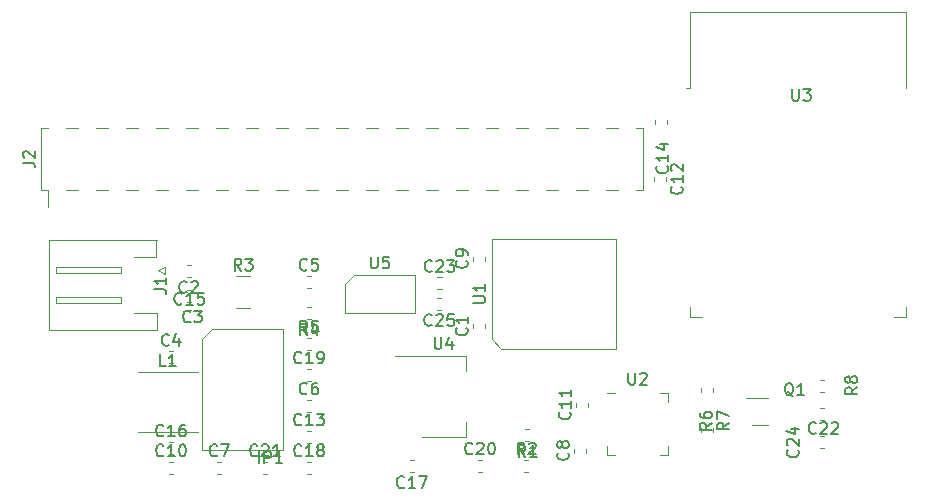
<source format=gbr>
G04 #@! TF.GenerationSoftware,KiCad,Pcbnew,(5.1.5-0-10_14)*
G04 #@! TF.CreationDate,2020-09-24T22:32:45+08:00*
G04 #@! TF.ProjectId,CC,43432e6b-6963-4616-945f-706362585858,rev?*
G04 #@! TF.SameCoordinates,Original*
G04 #@! TF.FileFunction,Legend,Top*
G04 #@! TF.FilePolarity,Positive*
%FSLAX46Y46*%
G04 Gerber Fmt 4.6, Leading zero omitted, Abs format (unit mm)*
G04 Created by KiCad (PCBNEW (5.1.5-0-10_14)) date 2020-09-24 22:32:45*
%MOMM*%
%LPD*%
G04 APERTURE LIST*
%ADD10C,0.120000*%
%ADD11C,0.150000*%
G04 APERTURE END LIST*
D10*
X41030000Y-35620000D02*
X40430000Y-35320000D01*
X41030000Y-35020000D02*
X41030000Y-35620000D01*
X40430000Y-35320000D02*
X41030000Y-35020000D01*
X37330000Y-38070000D02*
X37330000Y-37570000D01*
X31830000Y-38070000D02*
X37330000Y-38070000D01*
X31830000Y-37570000D02*
X31830000Y-38070000D01*
X37330000Y-37570000D02*
X31830000Y-37570000D01*
X37330000Y-35570000D02*
X37330000Y-35070000D01*
X31830000Y-35570000D02*
X37330000Y-35570000D01*
X31830000Y-35070000D02*
X31830000Y-35570000D01*
X37330000Y-35070000D02*
X31830000Y-35070000D01*
X40340000Y-38970000D02*
X38440000Y-38960000D01*
X40320000Y-40370000D02*
X40320000Y-38950000D01*
X31220000Y-40380000D02*
X40320000Y-40370000D01*
X31220000Y-36570000D02*
X31220000Y-40380000D01*
X40280000Y-34170000D02*
X38440000Y-34180000D01*
X40280000Y-32710000D02*
X40280000Y-34130000D01*
X31220000Y-32760000D02*
X40340000Y-32750000D01*
X31220000Y-36570000D02*
X31220000Y-32760000D01*
X30560000Y-28480000D02*
X30560000Y-23280000D01*
X81480000Y-28480000D02*
X81480000Y-23280000D01*
X31130000Y-29920000D02*
X31130000Y-28480000D01*
X30560000Y-28480000D02*
X31130000Y-28480000D01*
X30560000Y-23280000D02*
X31130000Y-23280000D01*
X80910000Y-28480000D02*
X81480000Y-28480000D01*
X80910000Y-23280000D02*
X81480000Y-23280000D01*
X32650000Y-28480000D02*
X33670000Y-28480000D01*
X32650000Y-23280000D02*
X33670000Y-23280000D01*
X35190000Y-28480000D02*
X36210000Y-28480000D01*
X35190000Y-23280000D02*
X36210000Y-23280000D01*
X37730000Y-28480000D02*
X38750000Y-28480000D01*
X37730000Y-23280000D02*
X38750000Y-23280000D01*
X40270000Y-28480000D02*
X41290000Y-28480000D01*
X40270000Y-23280000D02*
X41290000Y-23280000D01*
X42810000Y-28480000D02*
X43830000Y-28480000D01*
X42810000Y-23280000D02*
X43830000Y-23280000D01*
X45350000Y-28480000D02*
X46370000Y-28480000D01*
X45350000Y-23280000D02*
X46370000Y-23280000D01*
X47890000Y-28480000D02*
X48910000Y-28480000D01*
X47890000Y-23280000D02*
X48910000Y-23280000D01*
X50430000Y-28480000D02*
X51450000Y-28480000D01*
X50430000Y-23280000D02*
X51450000Y-23280000D01*
X52970000Y-28480000D02*
X53990000Y-28480000D01*
X52970000Y-23280000D02*
X53990000Y-23280000D01*
X55510000Y-28480000D02*
X56530000Y-28480000D01*
X55510000Y-23280000D02*
X56530000Y-23280000D01*
X58050000Y-28480000D02*
X59070000Y-28480000D01*
X58050000Y-23280000D02*
X59070000Y-23280000D01*
X60590000Y-28480000D02*
X61610000Y-28480000D01*
X60590000Y-23280000D02*
X61610000Y-23280000D01*
X63130000Y-28480000D02*
X64150000Y-28480000D01*
X63130000Y-23280000D02*
X64150000Y-23280000D01*
X65670000Y-28480000D02*
X66690000Y-28480000D01*
X65670000Y-23280000D02*
X66690000Y-23280000D01*
X68210000Y-28480000D02*
X69230000Y-28480000D01*
X68210000Y-23280000D02*
X69230000Y-23280000D01*
X70750000Y-28480000D02*
X71770000Y-28480000D01*
X70750000Y-23280000D02*
X71770000Y-23280000D01*
X73290000Y-28480000D02*
X74310000Y-28480000D01*
X73290000Y-23280000D02*
X74310000Y-23280000D01*
X75830000Y-28480000D02*
X76850000Y-28480000D01*
X75830000Y-23280000D02*
X76850000Y-23280000D01*
X78370000Y-28480000D02*
X79390000Y-28480000D01*
X78370000Y-23280000D02*
X79390000Y-23280000D01*
X56270000Y-36510000D02*
X57070000Y-35710000D01*
X57070000Y-35710000D02*
X62170000Y-35710000D01*
X62170000Y-35710000D02*
X62170000Y-38910000D01*
X62170000Y-38910000D02*
X56270000Y-38910000D01*
X56270000Y-38910000D02*
X56270000Y-36510000D01*
X38710000Y-43890000D02*
X43810000Y-43890000D01*
X38710000Y-48990000D02*
X43810000Y-48990000D01*
X53053733Y-41050000D02*
X53396267Y-41050000D01*
X53053733Y-42070000D02*
X53396267Y-42070000D01*
X53396267Y-39450000D02*
X53053733Y-39450000D01*
X53396267Y-38430000D02*
X53053733Y-38430000D01*
X41363733Y-51530000D02*
X41706267Y-51530000D01*
X41363733Y-52550000D02*
X41706267Y-52550000D01*
X45438733Y-51530000D02*
X45781267Y-51530000D01*
X45438733Y-52550000D02*
X45781267Y-52550000D01*
X53053733Y-35810000D02*
X53396267Y-35810000D01*
X53053733Y-36830000D02*
X53396267Y-36830000D01*
X75690000Y-50751267D02*
X75690000Y-50408733D01*
X76710000Y-50751267D02*
X76710000Y-50408733D01*
X82925000Y-45730000D02*
X83650000Y-45730000D01*
X83650000Y-45730000D02*
X83650000Y-46455000D01*
X79155000Y-50950000D02*
X78430000Y-50950000D01*
X78430000Y-50950000D02*
X78430000Y-50225000D01*
X82925000Y-50950000D02*
X83650000Y-50950000D01*
X83650000Y-50950000D02*
X83650000Y-50225000D01*
X79155000Y-45730000D02*
X78430000Y-45730000D01*
X69495000Y-41960000D02*
X68695000Y-41160000D01*
X68695000Y-41160000D02*
X68695000Y-32660000D01*
X68695000Y-32660000D02*
X79185000Y-32660000D01*
X79185000Y-32660000D02*
X79185000Y-41960000D01*
X79185000Y-41960000D02*
X69495000Y-41960000D01*
X71463733Y-51370000D02*
X71806267Y-51370000D01*
X71463733Y-52390000D02*
X71806267Y-52390000D01*
X71886267Y-49730000D02*
X71543733Y-49730000D01*
X71886267Y-48710000D02*
X71543733Y-48710000D01*
X47060436Y-35810000D02*
X48264564Y-35810000D01*
X47060436Y-38530000D02*
X48264564Y-38530000D01*
X67120000Y-34501267D02*
X67120000Y-34158733D01*
X68140000Y-34501267D02*
X68140000Y-34158733D01*
X67120000Y-40196267D02*
X67120000Y-39853733D01*
X68140000Y-40196267D02*
X68140000Y-39853733D01*
X49328733Y-51530000D02*
X49671267Y-51530000D01*
X49328733Y-52550000D02*
X49671267Y-52550000D01*
X53053733Y-43670000D02*
X53396267Y-43670000D01*
X53053733Y-44690000D02*
X53396267Y-44690000D01*
X41363733Y-42180000D02*
X41706267Y-42180000D01*
X41363733Y-43200000D02*
X41706267Y-43200000D01*
X43206267Y-35870000D02*
X42863733Y-35870000D01*
X43206267Y-34850000D02*
X42863733Y-34850000D01*
X53053733Y-48910000D02*
X53396267Y-48910000D01*
X53053733Y-49930000D02*
X53396267Y-49930000D01*
X64421267Y-38650000D02*
X64078733Y-38650000D01*
X64421267Y-37630000D02*
X64078733Y-37630000D01*
X53053733Y-51530000D02*
X53396267Y-51530000D01*
X53053733Y-52550000D02*
X53396267Y-52550000D01*
X41363733Y-49850000D02*
X41706267Y-49850000D01*
X41363733Y-50870000D02*
X41706267Y-50870000D01*
X42928733Y-38680000D02*
X43271267Y-38680000D01*
X42928733Y-39700000D02*
X43271267Y-39700000D01*
X64103733Y-35920000D02*
X64446267Y-35920000D01*
X64103733Y-36940000D02*
X64446267Y-36940000D01*
X82460000Y-27413733D02*
X82460000Y-27756267D01*
X83480000Y-27413733D02*
X83480000Y-27756267D01*
X53053733Y-46290000D02*
X53396267Y-46290000D01*
X53053733Y-47310000D02*
X53396267Y-47310000D01*
X75850000Y-46851267D02*
X75850000Y-46508733D01*
X76870000Y-46851267D02*
X76870000Y-46508733D01*
X67523733Y-51370000D02*
X67866267Y-51370000D01*
X67523733Y-52390000D02*
X67866267Y-52390000D01*
X62091267Y-52390000D02*
X61748733Y-52390000D01*
X62091267Y-51370000D02*
X61748733Y-51370000D01*
X96806267Y-50350000D02*
X96463733Y-50350000D01*
X96806267Y-49330000D02*
X96463733Y-49330000D01*
X66540000Y-49430000D02*
X66540000Y-48170000D01*
X66540000Y-42610000D02*
X66540000Y-43870000D01*
X62780000Y-49430000D02*
X66540000Y-49430000D01*
X60530000Y-42610000D02*
X66540000Y-42610000D01*
X43206267Y-37993300D02*
X42863733Y-37993300D01*
X43206267Y-36973300D02*
X42863733Y-36973300D01*
X92120000Y-46090000D02*
X90220000Y-46090000D01*
X90720000Y-48410000D02*
X92120000Y-48410000D01*
X86420000Y-49041267D02*
X86420000Y-48698733D01*
X87440000Y-49041267D02*
X87440000Y-48698733D01*
X87440000Y-45293733D02*
X87440000Y-45636267D01*
X86420000Y-45293733D02*
X86420000Y-45636267D01*
X82490000Y-22578733D02*
X82490000Y-22921267D01*
X83510000Y-22578733D02*
X83510000Y-22921267D01*
X96806267Y-47985000D02*
X96463733Y-47985000D01*
X96806267Y-46965000D02*
X96463733Y-46965000D01*
X85500000Y-38450000D02*
X85500000Y-39230000D01*
X85500000Y-39230000D02*
X86500000Y-39230000D01*
X103740000Y-38450000D02*
X103740000Y-39230000D01*
X103740000Y-39230000D02*
X102740000Y-39230000D01*
X85500000Y-13485000D02*
X103740000Y-13485000D01*
X103740000Y-13485000D02*
X103740000Y-19905000D01*
X85500000Y-13485000D02*
X85500000Y-19905000D01*
X85500000Y-19905000D02*
X85120000Y-19905000D01*
X44210000Y-41090000D02*
X45010000Y-40290000D01*
X45010000Y-40290000D02*
X51010000Y-40290000D01*
X51010000Y-40290000D02*
X51010000Y-50570000D01*
X51010000Y-50570000D02*
X44210000Y-50570000D01*
X44210000Y-50570000D02*
X44210000Y-41090000D01*
X96806267Y-45620000D02*
X96463733Y-45620000D01*
X96806267Y-44600000D02*
X96463733Y-44600000D01*
D11*
X40142380Y-36933333D02*
X40856666Y-36933333D01*
X40999523Y-36980952D01*
X41094761Y-37076190D01*
X41142380Y-37219047D01*
X41142380Y-37314285D01*
X41142380Y-35933333D02*
X41142380Y-36504761D01*
X41142380Y-36219047D02*
X40142380Y-36219047D01*
X40285238Y-36314285D01*
X40380476Y-36409523D01*
X40428095Y-36504761D01*
X29012380Y-26213333D02*
X29726666Y-26213333D01*
X29869523Y-26260952D01*
X29964761Y-26356190D01*
X30012380Y-26499047D01*
X30012380Y-26594285D01*
X29107619Y-25784761D02*
X29060000Y-25737142D01*
X29012380Y-25641904D01*
X29012380Y-25403809D01*
X29060000Y-25308571D01*
X29107619Y-25260952D01*
X29202857Y-25213333D01*
X29298095Y-25213333D01*
X29440952Y-25260952D01*
X30012380Y-25832380D01*
X30012380Y-25213333D01*
X58458095Y-34162380D02*
X58458095Y-34971904D01*
X58505714Y-35067142D01*
X58553333Y-35114761D01*
X58648571Y-35162380D01*
X58839047Y-35162380D01*
X58934285Y-35114761D01*
X58981904Y-35067142D01*
X59029523Y-34971904D01*
X59029523Y-34162380D01*
X59981904Y-34162380D02*
X59505714Y-34162380D01*
X59458095Y-34638571D01*
X59505714Y-34590952D01*
X59600952Y-34543333D01*
X59839047Y-34543333D01*
X59934285Y-34590952D01*
X59981904Y-34638571D01*
X60029523Y-34733809D01*
X60029523Y-34971904D01*
X59981904Y-35067142D01*
X59934285Y-35114761D01*
X59839047Y-35162380D01*
X59600952Y-35162380D01*
X59505714Y-35114761D01*
X59458095Y-35067142D01*
X41093333Y-43442380D02*
X40617142Y-43442380D01*
X40617142Y-42442380D01*
X41950476Y-43442380D02*
X41379047Y-43442380D01*
X41664761Y-43442380D02*
X41664761Y-42442380D01*
X41569523Y-42585238D01*
X41474285Y-42680476D01*
X41379047Y-42728095D01*
X53058333Y-40582380D02*
X52725000Y-40106190D01*
X52486904Y-40582380D02*
X52486904Y-39582380D01*
X52867857Y-39582380D01*
X52963095Y-39630000D01*
X53010714Y-39677619D01*
X53058333Y-39772857D01*
X53058333Y-39915714D01*
X53010714Y-40010952D01*
X52963095Y-40058571D01*
X52867857Y-40106190D01*
X52486904Y-40106190D01*
X53963095Y-39582380D02*
X53486904Y-39582380D01*
X53439285Y-40058571D01*
X53486904Y-40010952D01*
X53582142Y-39963333D01*
X53820238Y-39963333D01*
X53915476Y-40010952D01*
X53963095Y-40058571D01*
X54010714Y-40153809D01*
X54010714Y-40391904D01*
X53963095Y-40487142D01*
X53915476Y-40534761D01*
X53820238Y-40582380D01*
X53582142Y-40582380D01*
X53486904Y-40534761D01*
X53439285Y-40487142D01*
X53058333Y-40822380D02*
X52725000Y-40346190D01*
X52486904Y-40822380D02*
X52486904Y-39822380D01*
X52867857Y-39822380D01*
X52963095Y-39870000D01*
X53010714Y-39917619D01*
X53058333Y-40012857D01*
X53058333Y-40155714D01*
X53010714Y-40250952D01*
X52963095Y-40298571D01*
X52867857Y-40346190D01*
X52486904Y-40346190D01*
X53915476Y-40155714D02*
X53915476Y-40822380D01*
X53677380Y-39774761D02*
X53439285Y-40489047D01*
X54058333Y-40489047D01*
X40892142Y-50967142D02*
X40844523Y-51014761D01*
X40701666Y-51062380D01*
X40606428Y-51062380D01*
X40463571Y-51014761D01*
X40368333Y-50919523D01*
X40320714Y-50824285D01*
X40273095Y-50633809D01*
X40273095Y-50490952D01*
X40320714Y-50300476D01*
X40368333Y-50205238D01*
X40463571Y-50110000D01*
X40606428Y-50062380D01*
X40701666Y-50062380D01*
X40844523Y-50110000D01*
X40892142Y-50157619D01*
X41844523Y-51062380D02*
X41273095Y-51062380D01*
X41558809Y-51062380D02*
X41558809Y-50062380D01*
X41463571Y-50205238D01*
X41368333Y-50300476D01*
X41273095Y-50348095D01*
X42463571Y-50062380D02*
X42558809Y-50062380D01*
X42654047Y-50110000D01*
X42701666Y-50157619D01*
X42749285Y-50252857D01*
X42796904Y-50443333D01*
X42796904Y-50681428D01*
X42749285Y-50871904D01*
X42701666Y-50967142D01*
X42654047Y-51014761D01*
X42558809Y-51062380D01*
X42463571Y-51062380D01*
X42368333Y-51014761D01*
X42320714Y-50967142D01*
X42273095Y-50871904D01*
X42225476Y-50681428D01*
X42225476Y-50443333D01*
X42273095Y-50252857D01*
X42320714Y-50157619D01*
X42368333Y-50110000D01*
X42463571Y-50062380D01*
X45443333Y-50967142D02*
X45395714Y-51014761D01*
X45252857Y-51062380D01*
X45157619Y-51062380D01*
X45014761Y-51014761D01*
X44919523Y-50919523D01*
X44871904Y-50824285D01*
X44824285Y-50633809D01*
X44824285Y-50490952D01*
X44871904Y-50300476D01*
X44919523Y-50205238D01*
X45014761Y-50110000D01*
X45157619Y-50062380D01*
X45252857Y-50062380D01*
X45395714Y-50110000D01*
X45443333Y-50157619D01*
X45776666Y-50062380D02*
X46443333Y-50062380D01*
X46014761Y-51062380D01*
X53058333Y-35247142D02*
X53010714Y-35294761D01*
X52867857Y-35342380D01*
X52772619Y-35342380D01*
X52629761Y-35294761D01*
X52534523Y-35199523D01*
X52486904Y-35104285D01*
X52439285Y-34913809D01*
X52439285Y-34770952D01*
X52486904Y-34580476D01*
X52534523Y-34485238D01*
X52629761Y-34390000D01*
X52772619Y-34342380D01*
X52867857Y-34342380D01*
X53010714Y-34390000D01*
X53058333Y-34437619D01*
X53963095Y-34342380D02*
X53486904Y-34342380D01*
X53439285Y-34818571D01*
X53486904Y-34770952D01*
X53582142Y-34723333D01*
X53820238Y-34723333D01*
X53915476Y-34770952D01*
X53963095Y-34818571D01*
X54010714Y-34913809D01*
X54010714Y-35151904D01*
X53963095Y-35247142D01*
X53915476Y-35294761D01*
X53820238Y-35342380D01*
X53582142Y-35342380D01*
X53486904Y-35294761D01*
X53439285Y-35247142D01*
X75127142Y-50746666D02*
X75174761Y-50794285D01*
X75222380Y-50937142D01*
X75222380Y-51032380D01*
X75174761Y-51175238D01*
X75079523Y-51270476D01*
X74984285Y-51318095D01*
X74793809Y-51365714D01*
X74650952Y-51365714D01*
X74460476Y-51318095D01*
X74365238Y-51270476D01*
X74270000Y-51175238D01*
X74222380Y-51032380D01*
X74222380Y-50937142D01*
X74270000Y-50794285D01*
X74317619Y-50746666D01*
X74650952Y-50175238D02*
X74603333Y-50270476D01*
X74555714Y-50318095D01*
X74460476Y-50365714D01*
X74412857Y-50365714D01*
X74317619Y-50318095D01*
X74270000Y-50270476D01*
X74222380Y-50175238D01*
X74222380Y-49984761D01*
X74270000Y-49889523D01*
X74317619Y-49841904D01*
X74412857Y-49794285D01*
X74460476Y-49794285D01*
X74555714Y-49841904D01*
X74603333Y-49889523D01*
X74650952Y-49984761D01*
X74650952Y-50175238D01*
X74698571Y-50270476D01*
X74746190Y-50318095D01*
X74841428Y-50365714D01*
X75031904Y-50365714D01*
X75127142Y-50318095D01*
X75174761Y-50270476D01*
X75222380Y-50175238D01*
X75222380Y-49984761D01*
X75174761Y-49889523D01*
X75127142Y-49841904D01*
X75031904Y-49794285D01*
X74841428Y-49794285D01*
X74746190Y-49841904D01*
X74698571Y-49889523D01*
X74650952Y-49984761D01*
X80278095Y-43992380D02*
X80278095Y-44801904D01*
X80325714Y-44897142D01*
X80373333Y-44944761D01*
X80468571Y-44992380D01*
X80659047Y-44992380D01*
X80754285Y-44944761D01*
X80801904Y-44897142D01*
X80849523Y-44801904D01*
X80849523Y-43992380D01*
X81278095Y-44087619D02*
X81325714Y-44040000D01*
X81420952Y-43992380D01*
X81659047Y-43992380D01*
X81754285Y-44040000D01*
X81801904Y-44087619D01*
X81849523Y-44182857D01*
X81849523Y-44278095D01*
X81801904Y-44420952D01*
X81230476Y-44992380D01*
X81849523Y-44992380D01*
X67147380Y-38071904D02*
X67956904Y-38071904D01*
X68052142Y-38024285D01*
X68099761Y-37976666D01*
X68147380Y-37881428D01*
X68147380Y-37690952D01*
X68099761Y-37595714D01*
X68052142Y-37548095D01*
X67956904Y-37500476D01*
X67147380Y-37500476D01*
X68147380Y-36500476D02*
X68147380Y-37071904D01*
X68147380Y-36786190D02*
X67147380Y-36786190D01*
X67290238Y-36881428D01*
X67385476Y-36976666D01*
X67433095Y-37071904D01*
X71468333Y-50902380D02*
X71135000Y-50426190D01*
X70896904Y-50902380D02*
X70896904Y-49902380D01*
X71277857Y-49902380D01*
X71373095Y-49950000D01*
X71420714Y-49997619D01*
X71468333Y-50092857D01*
X71468333Y-50235714D01*
X71420714Y-50330952D01*
X71373095Y-50378571D01*
X71277857Y-50426190D01*
X70896904Y-50426190D01*
X71849285Y-49997619D02*
X71896904Y-49950000D01*
X71992142Y-49902380D01*
X72230238Y-49902380D01*
X72325476Y-49950000D01*
X72373095Y-49997619D01*
X72420714Y-50092857D01*
X72420714Y-50188095D01*
X72373095Y-50330952D01*
X71801666Y-50902380D01*
X72420714Y-50902380D01*
X71548333Y-51102380D02*
X71215000Y-50626190D01*
X70976904Y-51102380D02*
X70976904Y-50102380D01*
X71357857Y-50102380D01*
X71453095Y-50150000D01*
X71500714Y-50197619D01*
X71548333Y-50292857D01*
X71548333Y-50435714D01*
X71500714Y-50530952D01*
X71453095Y-50578571D01*
X71357857Y-50626190D01*
X70976904Y-50626190D01*
X72500714Y-51102380D02*
X71929285Y-51102380D01*
X72215000Y-51102380D02*
X72215000Y-50102380D01*
X72119761Y-50245238D01*
X72024523Y-50340476D01*
X71929285Y-50388095D01*
X47495833Y-35342380D02*
X47162500Y-34866190D01*
X46924404Y-35342380D02*
X46924404Y-34342380D01*
X47305357Y-34342380D01*
X47400595Y-34390000D01*
X47448214Y-34437619D01*
X47495833Y-34532857D01*
X47495833Y-34675714D01*
X47448214Y-34770952D01*
X47400595Y-34818571D01*
X47305357Y-34866190D01*
X46924404Y-34866190D01*
X47829166Y-34342380D02*
X48448214Y-34342380D01*
X48114880Y-34723333D01*
X48257738Y-34723333D01*
X48352976Y-34770952D01*
X48400595Y-34818571D01*
X48448214Y-34913809D01*
X48448214Y-35151904D01*
X48400595Y-35247142D01*
X48352976Y-35294761D01*
X48257738Y-35342380D01*
X47972023Y-35342380D01*
X47876785Y-35294761D01*
X47829166Y-35247142D01*
X66557142Y-34496666D02*
X66604761Y-34544285D01*
X66652380Y-34687142D01*
X66652380Y-34782380D01*
X66604761Y-34925238D01*
X66509523Y-35020476D01*
X66414285Y-35068095D01*
X66223809Y-35115714D01*
X66080952Y-35115714D01*
X65890476Y-35068095D01*
X65795238Y-35020476D01*
X65700000Y-34925238D01*
X65652380Y-34782380D01*
X65652380Y-34687142D01*
X65700000Y-34544285D01*
X65747619Y-34496666D01*
X66652380Y-34020476D02*
X66652380Y-33830000D01*
X66604761Y-33734761D01*
X66557142Y-33687142D01*
X66414285Y-33591904D01*
X66223809Y-33544285D01*
X65842857Y-33544285D01*
X65747619Y-33591904D01*
X65700000Y-33639523D01*
X65652380Y-33734761D01*
X65652380Y-33925238D01*
X65700000Y-34020476D01*
X65747619Y-34068095D01*
X65842857Y-34115714D01*
X66080952Y-34115714D01*
X66176190Y-34068095D01*
X66223809Y-34020476D01*
X66271428Y-33925238D01*
X66271428Y-33734761D01*
X66223809Y-33639523D01*
X66176190Y-33591904D01*
X66080952Y-33544285D01*
X66557142Y-40191666D02*
X66604761Y-40239285D01*
X66652380Y-40382142D01*
X66652380Y-40477380D01*
X66604761Y-40620238D01*
X66509523Y-40715476D01*
X66414285Y-40763095D01*
X66223809Y-40810714D01*
X66080952Y-40810714D01*
X65890476Y-40763095D01*
X65795238Y-40715476D01*
X65700000Y-40620238D01*
X65652380Y-40477380D01*
X65652380Y-40382142D01*
X65700000Y-40239285D01*
X65747619Y-40191666D01*
X66652380Y-39239285D02*
X66652380Y-39810714D01*
X66652380Y-39525000D02*
X65652380Y-39525000D01*
X65795238Y-39620238D01*
X65890476Y-39715476D01*
X65938095Y-39810714D01*
X48857142Y-50967142D02*
X48809523Y-51014761D01*
X48666666Y-51062380D01*
X48571428Y-51062380D01*
X48428571Y-51014761D01*
X48333333Y-50919523D01*
X48285714Y-50824285D01*
X48238095Y-50633809D01*
X48238095Y-50490952D01*
X48285714Y-50300476D01*
X48333333Y-50205238D01*
X48428571Y-50110000D01*
X48571428Y-50062380D01*
X48666666Y-50062380D01*
X48809523Y-50110000D01*
X48857142Y-50157619D01*
X49238095Y-50157619D02*
X49285714Y-50110000D01*
X49380952Y-50062380D01*
X49619047Y-50062380D01*
X49714285Y-50110000D01*
X49761904Y-50157619D01*
X49809523Y-50252857D01*
X49809523Y-50348095D01*
X49761904Y-50490952D01*
X49190476Y-51062380D01*
X49809523Y-51062380D01*
X50761904Y-51062380D02*
X50190476Y-51062380D01*
X50476190Y-51062380D02*
X50476190Y-50062380D01*
X50380952Y-50205238D01*
X50285714Y-50300476D01*
X50190476Y-50348095D01*
X52582142Y-43107142D02*
X52534523Y-43154761D01*
X52391666Y-43202380D01*
X52296428Y-43202380D01*
X52153571Y-43154761D01*
X52058333Y-43059523D01*
X52010714Y-42964285D01*
X51963095Y-42773809D01*
X51963095Y-42630952D01*
X52010714Y-42440476D01*
X52058333Y-42345238D01*
X52153571Y-42250000D01*
X52296428Y-42202380D01*
X52391666Y-42202380D01*
X52534523Y-42250000D01*
X52582142Y-42297619D01*
X53534523Y-43202380D02*
X52963095Y-43202380D01*
X53248809Y-43202380D02*
X53248809Y-42202380D01*
X53153571Y-42345238D01*
X53058333Y-42440476D01*
X52963095Y-42488095D01*
X54010714Y-43202380D02*
X54201190Y-43202380D01*
X54296428Y-43154761D01*
X54344047Y-43107142D01*
X54439285Y-42964285D01*
X54486904Y-42773809D01*
X54486904Y-42392857D01*
X54439285Y-42297619D01*
X54391666Y-42250000D01*
X54296428Y-42202380D01*
X54105952Y-42202380D01*
X54010714Y-42250000D01*
X53963095Y-42297619D01*
X53915476Y-42392857D01*
X53915476Y-42630952D01*
X53963095Y-42726190D01*
X54010714Y-42773809D01*
X54105952Y-42821428D01*
X54296428Y-42821428D01*
X54391666Y-42773809D01*
X54439285Y-42726190D01*
X54486904Y-42630952D01*
X41368333Y-41617142D02*
X41320714Y-41664761D01*
X41177857Y-41712380D01*
X41082619Y-41712380D01*
X40939761Y-41664761D01*
X40844523Y-41569523D01*
X40796904Y-41474285D01*
X40749285Y-41283809D01*
X40749285Y-41140952D01*
X40796904Y-40950476D01*
X40844523Y-40855238D01*
X40939761Y-40760000D01*
X41082619Y-40712380D01*
X41177857Y-40712380D01*
X41320714Y-40760000D01*
X41368333Y-40807619D01*
X42225476Y-41045714D02*
X42225476Y-41712380D01*
X41987380Y-40664761D02*
X41749285Y-41379047D01*
X42368333Y-41379047D01*
X42868333Y-37147142D02*
X42820714Y-37194761D01*
X42677857Y-37242380D01*
X42582619Y-37242380D01*
X42439761Y-37194761D01*
X42344523Y-37099523D01*
X42296904Y-37004285D01*
X42249285Y-36813809D01*
X42249285Y-36670952D01*
X42296904Y-36480476D01*
X42344523Y-36385238D01*
X42439761Y-36290000D01*
X42582619Y-36242380D01*
X42677857Y-36242380D01*
X42820714Y-36290000D01*
X42868333Y-36337619D01*
X43249285Y-36337619D02*
X43296904Y-36290000D01*
X43392142Y-36242380D01*
X43630238Y-36242380D01*
X43725476Y-36290000D01*
X43773095Y-36337619D01*
X43820714Y-36432857D01*
X43820714Y-36528095D01*
X43773095Y-36670952D01*
X43201666Y-37242380D01*
X43820714Y-37242380D01*
X52582142Y-48347142D02*
X52534523Y-48394761D01*
X52391666Y-48442380D01*
X52296428Y-48442380D01*
X52153571Y-48394761D01*
X52058333Y-48299523D01*
X52010714Y-48204285D01*
X51963095Y-48013809D01*
X51963095Y-47870952D01*
X52010714Y-47680476D01*
X52058333Y-47585238D01*
X52153571Y-47490000D01*
X52296428Y-47442380D01*
X52391666Y-47442380D01*
X52534523Y-47490000D01*
X52582142Y-47537619D01*
X53534523Y-48442380D02*
X52963095Y-48442380D01*
X53248809Y-48442380D02*
X53248809Y-47442380D01*
X53153571Y-47585238D01*
X53058333Y-47680476D01*
X52963095Y-47728095D01*
X53867857Y-47442380D02*
X54486904Y-47442380D01*
X54153571Y-47823333D01*
X54296428Y-47823333D01*
X54391666Y-47870952D01*
X54439285Y-47918571D01*
X54486904Y-48013809D01*
X54486904Y-48251904D01*
X54439285Y-48347142D01*
X54391666Y-48394761D01*
X54296428Y-48442380D01*
X54010714Y-48442380D01*
X53915476Y-48394761D01*
X53867857Y-48347142D01*
X63607142Y-39927142D02*
X63559523Y-39974761D01*
X63416666Y-40022380D01*
X63321428Y-40022380D01*
X63178571Y-39974761D01*
X63083333Y-39879523D01*
X63035714Y-39784285D01*
X62988095Y-39593809D01*
X62988095Y-39450952D01*
X63035714Y-39260476D01*
X63083333Y-39165238D01*
X63178571Y-39070000D01*
X63321428Y-39022380D01*
X63416666Y-39022380D01*
X63559523Y-39070000D01*
X63607142Y-39117619D01*
X63988095Y-39117619D02*
X64035714Y-39070000D01*
X64130952Y-39022380D01*
X64369047Y-39022380D01*
X64464285Y-39070000D01*
X64511904Y-39117619D01*
X64559523Y-39212857D01*
X64559523Y-39308095D01*
X64511904Y-39450952D01*
X63940476Y-40022380D01*
X64559523Y-40022380D01*
X65464285Y-39022380D02*
X64988095Y-39022380D01*
X64940476Y-39498571D01*
X64988095Y-39450952D01*
X65083333Y-39403333D01*
X65321428Y-39403333D01*
X65416666Y-39450952D01*
X65464285Y-39498571D01*
X65511904Y-39593809D01*
X65511904Y-39831904D01*
X65464285Y-39927142D01*
X65416666Y-39974761D01*
X65321428Y-40022380D01*
X65083333Y-40022380D01*
X64988095Y-39974761D01*
X64940476Y-39927142D01*
X52582142Y-50967142D02*
X52534523Y-51014761D01*
X52391666Y-51062380D01*
X52296428Y-51062380D01*
X52153571Y-51014761D01*
X52058333Y-50919523D01*
X52010714Y-50824285D01*
X51963095Y-50633809D01*
X51963095Y-50490952D01*
X52010714Y-50300476D01*
X52058333Y-50205238D01*
X52153571Y-50110000D01*
X52296428Y-50062380D01*
X52391666Y-50062380D01*
X52534523Y-50110000D01*
X52582142Y-50157619D01*
X53534523Y-51062380D02*
X52963095Y-51062380D01*
X53248809Y-51062380D02*
X53248809Y-50062380D01*
X53153571Y-50205238D01*
X53058333Y-50300476D01*
X52963095Y-50348095D01*
X54105952Y-50490952D02*
X54010714Y-50443333D01*
X53963095Y-50395714D01*
X53915476Y-50300476D01*
X53915476Y-50252857D01*
X53963095Y-50157619D01*
X54010714Y-50110000D01*
X54105952Y-50062380D01*
X54296428Y-50062380D01*
X54391666Y-50110000D01*
X54439285Y-50157619D01*
X54486904Y-50252857D01*
X54486904Y-50300476D01*
X54439285Y-50395714D01*
X54391666Y-50443333D01*
X54296428Y-50490952D01*
X54105952Y-50490952D01*
X54010714Y-50538571D01*
X53963095Y-50586190D01*
X53915476Y-50681428D01*
X53915476Y-50871904D01*
X53963095Y-50967142D01*
X54010714Y-51014761D01*
X54105952Y-51062380D01*
X54296428Y-51062380D01*
X54391666Y-51014761D01*
X54439285Y-50967142D01*
X54486904Y-50871904D01*
X54486904Y-50681428D01*
X54439285Y-50586190D01*
X54391666Y-50538571D01*
X54296428Y-50490952D01*
X40892142Y-49287142D02*
X40844523Y-49334761D01*
X40701666Y-49382380D01*
X40606428Y-49382380D01*
X40463571Y-49334761D01*
X40368333Y-49239523D01*
X40320714Y-49144285D01*
X40273095Y-48953809D01*
X40273095Y-48810952D01*
X40320714Y-48620476D01*
X40368333Y-48525238D01*
X40463571Y-48430000D01*
X40606428Y-48382380D01*
X40701666Y-48382380D01*
X40844523Y-48430000D01*
X40892142Y-48477619D01*
X41844523Y-49382380D02*
X41273095Y-49382380D01*
X41558809Y-49382380D02*
X41558809Y-48382380D01*
X41463571Y-48525238D01*
X41368333Y-48620476D01*
X41273095Y-48668095D01*
X42701666Y-48382380D02*
X42511190Y-48382380D01*
X42415952Y-48430000D01*
X42368333Y-48477619D01*
X42273095Y-48620476D01*
X42225476Y-48810952D01*
X42225476Y-49191904D01*
X42273095Y-49287142D01*
X42320714Y-49334761D01*
X42415952Y-49382380D01*
X42606428Y-49382380D01*
X42701666Y-49334761D01*
X42749285Y-49287142D01*
X42796904Y-49191904D01*
X42796904Y-48953809D01*
X42749285Y-48858571D01*
X42701666Y-48810952D01*
X42606428Y-48763333D01*
X42415952Y-48763333D01*
X42320714Y-48810952D01*
X42273095Y-48858571D01*
X42225476Y-48953809D01*
X42457142Y-38117142D02*
X42409523Y-38164761D01*
X42266666Y-38212380D01*
X42171428Y-38212380D01*
X42028571Y-38164761D01*
X41933333Y-38069523D01*
X41885714Y-37974285D01*
X41838095Y-37783809D01*
X41838095Y-37640952D01*
X41885714Y-37450476D01*
X41933333Y-37355238D01*
X42028571Y-37260000D01*
X42171428Y-37212380D01*
X42266666Y-37212380D01*
X42409523Y-37260000D01*
X42457142Y-37307619D01*
X43409523Y-38212380D02*
X42838095Y-38212380D01*
X43123809Y-38212380D02*
X43123809Y-37212380D01*
X43028571Y-37355238D01*
X42933333Y-37450476D01*
X42838095Y-37498095D01*
X44314285Y-37212380D02*
X43838095Y-37212380D01*
X43790476Y-37688571D01*
X43838095Y-37640952D01*
X43933333Y-37593333D01*
X44171428Y-37593333D01*
X44266666Y-37640952D01*
X44314285Y-37688571D01*
X44361904Y-37783809D01*
X44361904Y-38021904D01*
X44314285Y-38117142D01*
X44266666Y-38164761D01*
X44171428Y-38212380D01*
X43933333Y-38212380D01*
X43838095Y-38164761D01*
X43790476Y-38117142D01*
X63632142Y-35357142D02*
X63584523Y-35404761D01*
X63441666Y-35452380D01*
X63346428Y-35452380D01*
X63203571Y-35404761D01*
X63108333Y-35309523D01*
X63060714Y-35214285D01*
X63013095Y-35023809D01*
X63013095Y-34880952D01*
X63060714Y-34690476D01*
X63108333Y-34595238D01*
X63203571Y-34500000D01*
X63346428Y-34452380D01*
X63441666Y-34452380D01*
X63584523Y-34500000D01*
X63632142Y-34547619D01*
X64013095Y-34547619D02*
X64060714Y-34500000D01*
X64155952Y-34452380D01*
X64394047Y-34452380D01*
X64489285Y-34500000D01*
X64536904Y-34547619D01*
X64584523Y-34642857D01*
X64584523Y-34738095D01*
X64536904Y-34880952D01*
X63965476Y-35452380D01*
X64584523Y-35452380D01*
X64917857Y-34452380D02*
X65536904Y-34452380D01*
X65203571Y-34833333D01*
X65346428Y-34833333D01*
X65441666Y-34880952D01*
X65489285Y-34928571D01*
X65536904Y-35023809D01*
X65536904Y-35261904D01*
X65489285Y-35357142D01*
X65441666Y-35404761D01*
X65346428Y-35452380D01*
X65060714Y-35452380D01*
X64965476Y-35404761D01*
X64917857Y-35357142D01*
X84757142Y-28227857D02*
X84804761Y-28275476D01*
X84852380Y-28418333D01*
X84852380Y-28513571D01*
X84804761Y-28656428D01*
X84709523Y-28751666D01*
X84614285Y-28799285D01*
X84423809Y-28846904D01*
X84280952Y-28846904D01*
X84090476Y-28799285D01*
X83995238Y-28751666D01*
X83900000Y-28656428D01*
X83852380Y-28513571D01*
X83852380Y-28418333D01*
X83900000Y-28275476D01*
X83947619Y-28227857D01*
X84852380Y-27275476D02*
X84852380Y-27846904D01*
X84852380Y-27561190D02*
X83852380Y-27561190D01*
X83995238Y-27656428D01*
X84090476Y-27751666D01*
X84138095Y-27846904D01*
X83947619Y-26894523D02*
X83900000Y-26846904D01*
X83852380Y-26751666D01*
X83852380Y-26513571D01*
X83900000Y-26418333D01*
X83947619Y-26370714D01*
X84042857Y-26323095D01*
X84138095Y-26323095D01*
X84280952Y-26370714D01*
X84852380Y-26942142D01*
X84852380Y-26323095D01*
X53058333Y-45727142D02*
X53010714Y-45774761D01*
X52867857Y-45822380D01*
X52772619Y-45822380D01*
X52629761Y-45774761D01*
X52534523Y-45679523D01*
X52486904Y-45584285D01*
X52439285Y-45393809D01*
X52439285Y-45250952D01*
X52486904Y-45060476D01*
X52534523Y-44965238D01*
X52629761Y-44870000D01*
X52772619Y-44822380D01*
X52867857Y-44822380D01*
X53010714Y-44870000D01*
X53058333Y-44917619D01*
X53915476Y-44822380D02*
X53725000Y-44822380D01*
X53629761Y-44870000D01*
X53582142Y-44917619D01*
X53486904Y-45060476D01*
X53439285Y-45250952D01*
X53439285Y-45631904D01*
X53486904Y-45727142D01*
X53534523Y-45774761D01*
X53629761Y-45822380D01*
X53820238Y-45822380D01*
X53915476Y-45774761D01*
X53963095Y-45727142D01*
X54010714Y-45631904D01*
X54010714Y-45393809D01*
X53963095Y-45298571D01*
X53915476Y-45250952D01*
X53820238Y-45203333D01*
X53629761Y-45203333D01*
X53534523Y-45250952D01*
X53486904Y-45298571D01*
X53439285Y-45393809D01*
X75287142Y-47322857D02*
X75334761Y-47370476D01*
X75382380Y-47513333D01*
X75382380Y-47608571D01*
X75334761Y-47751428D01*
X75239523Y-47846666D01*
X75144285Y-47894285D01*
X74953809Y-47941904D01*
X74810952Y-47941904D01*
X74620476Y-47894285D01*
X74525238Y-47846666D01*
X74430000Y-47751428D01*
X74382380Y-47608571D01*
X74382380Y-47513333D01*
X74430000Y-47370476D01*
X74477619Y-47322857D01*
X75382380Y-46370476D02*
X75382380Y-46941904D01*
X75382380Y-46656190D02*
X74382380Y-46656190D01*
X74525238Y-46751428D01*
X74620476Y-46846666D01*
X74668095Y-46941904D01*
X75382380Y-45418095D02*
X75382380Y-45989523D01*
X75382380Y-45703809D02*
X74382380Y-45703809D01*
X74525238Y-45799047D01*
X74620476Y-45894285D01*
X74668095Y-45989523D01*
X67052142Y-50807142D02*
X67004523Y-50854761D01*
X66861666Y-50902380D01*
X66766428Y-50902380D01*
X66623571Y-50854761D01*
X66528333Y-50759523D01*
X66480714Y-50664285D01*
X66433095Y-50473809D01*
X66433095Y-50330952D01*
X66480714Y-50140476D01*
X66528333Y-50045238D01*
X66623571Y-49950000D01*
X66766428Y-49902380D01*
X66861666Y-49902380D01*
X67004523Y-49950000D01*
X67052142Y-49997619D01*
X67433095Y-49997619D02*
X67480714Y-49950000D01*
X67575952Y-49902380D01*
X67814047Y-49902380D01*
X67909285Y-49950000D01*
X67956904Y-49997619D01*
X68004523Y-50092857D01*
X68004523Y-50188095D01*
X67956904Y-50330952D01*
X67385476Y-50902380D01*
X68004523Y-50902380D01*
X68623571Y-49902380D02*
X68718809Y-49902380D01*
X68814047Y-49950000D01*
X68861666Y-49997619D01*
X68909285Y-50092857D01*
X68956904Y-50283333D01*
X68956904Y-50521428D01*
X68909285Y-50711904D01*
X68861666Y-50807142D01*
X68814047Y-50854761D01*
X68718809Y-50902380D01*
X68623571Y-50902380D01*
X68528333Y-50854761D01*
X68480714Y-50807142D01*
X68433095Y-50711904D01*
X68385476Y-50521428D01*
X68385476Y-50283333D01*
X68433095Y-50092857D01*
X68480714Y-49997619D01*
X68528333Y-49950000D01*
X68623571Y-49902380D01*
X61277142Y-53667142D02*
X61229523Y-53714761D01*
X61086666Y-53762380D01*
X60991428Y-53762380D01*
X60848571Y-53714761D01*
X60753333Y-53619523D01*
X60705714Y-53524285D01*
X60658095Y-53333809D01*
X60658095Y-53190952D01*
X60705714Y-53000476D01*
X60753333Y-52905238D01*
X60848571Y-52810000D01*
X60991428Y-52762380D01*
X61086666Y-52762380D01*
X61229523Y-52810000D01*
X61277142Y-52857619D01*
X62229523Y-53762380D02*
X61658095Y-53762380D01*
X61943809Y-53762380D02*
X61943809Y-52762380D01*
X61848571Y-52905238D01*
X61753333Y-53000476D01*
X61658095Y-53048095D01*
X62562857Y-52762380D02*
X63229523Y-52762380D01*
X62800952Y-53762380D01*
X94587142Y-50522857D02*
X94634761Y-50570476D01*
X94682380Y-50713333D01*
X94682380Y-50808571D01*
X94634761Y-50951428D01*
X94539523Y-51046666D01*
X94444285Y-51094285D01*
X94253809Y-51141904D01*
X94110952Y-51141904D01*
X93920476Y-51094285D01*
X93825238Y-51046666D01*
X93730000Y-50951428D01*
X93682380Y-50808571D01*
X93682380Y-50713333D01*
X93730000Y-50570476D01*
X93777619Y-50522857D01*
X93777619Y-50141904D02*
X93730000Y-50094285D01*
X93682380Y-49999047D01*
X93682380Y-49760952D01*
X93730000Y-49665714D01*
X93777619Y-49618095D01*
X93872857Y-49570476D01*
X93968095Y-49570476D01*
X94110952Y-49618095D01*
X94682380Y-50189523D01*
X94682380Y-49570476D01*
X94015714Y-48713333D02*
X94682380Y-48713333D01*
X93634761Y-48951428D02*
X94349047Y-49189523D01*
X94349047Y-48570476D01*
X63868095Y-40972380D02*
X63868095Y-41781904D01*
X63915714Y-41877142D01*
X63963333Y-41924761D01*
X64058571Y-41972380D01*
X64249047Y-41972380D01*
X64344285Y-41924761D01*
X64391904Y-41877142D01*
X64439523Y-41781904D01*
X64439523Y-40972380D01*
X65344285Y-41305714D02*
X65344285Y-41972380D01*
X65106190Y-40924761D02*
X64868095Y-41639047D01*
X65487142Y-41639047D01*
X43173333Y-39630442D02*
X43125714Y-39678061D01*
X42982857Y-39725680D01*
X42887619Y-39725680D01*
X42744761Y-39678061D01*
X42649523Y-39582823D01*
X42601904Y-39487585D01*
X42554285Y-39297109D01*
X42554285Y-39154252D01*
X42601904Y-38963776D01*
X42649523Y-38868538D01*
X42744761Y-38773300D01*
X42887619Y-38725680D01*
X42982857Y-38725680D01*
X43125714Y-38773300D01*
X43173333Y-38820919D01*
X43506666Y-38725680D02*
X44125714Y-38725680D01*
X43792380Y-39106633D01*
X43935238Y-39106633D01*
X44030476Y-39154252D01*
X44078095Y-39201871D01*
X44125714Y-39297109D01*
X44125714Y-39535204D01*
X44078095Y-39630442D01*
X44030476Y-39678061D01*
X43935238Y-39725680D01*
X43649523Y-39725680D01*
X43554285Y-39678061D01*
X43506666Y-39630442D01*
X94244761Y-45977619D02*
X94149523Y-45930000D01*
X94054285Y-45834761D01*
X93911428Y-45691904D01*
X93816190Y-45644285D01*
X93720952Y-45644285D01*
X93768571Y-45882380D02*
X93673333Y-45834761D01*
X93578095Y-45739523D01*
X93530476Y-45549047D01*
X93530476Y-45215714D01*
X93578095Y-45025238D01*
X93673333Y-44930000D01*
X93768571Y-44882380D01*
X93959047Y-44882380D01*
X94054285Y-44930000D01*
X94149523Y-45025238D01*
X94197142Y-45215714D01*
X94197142Y-45549047D01*
X94149523Y-45739523D01*
X94054285Y-45834761D01*
X93959047Y-45882380D01*
X93768571Y-45882380D01*
X95149523Y-45882380D02*
X94578095Y-45882380D01*
X94863809Y-45882380D02*
X94863809Y-44882380D01*
X94768571Y-45025238D01*
X94673333Y-45120476D01*
X94578095Y-45168095D01*
X88792380Y-48211666D02*
X88316190Y-48545000D01*
X88792380Y-48783095D02*
X87792380Y-48783095D01*
X87792380Y-48402142D01*
X87840000Y-48306904D01*
X87887619Y-48259285D01*
X87982857Y-48211666D01*
X88125714Y-48211666D01*
X88220952Y-48259285D01*
X88268571Y-48306904D01*
X88316190Y-48402142D01*
X88316190Y-48783095D01*
X87792380Y-47878333D02*
X87792380Y-47211666D01*
X88792380Y-47640238D01*
X87312380Y-48226666D02*
X86836190Y-48560000D01*
X87312380Y-48798095D02*
X86312380Y-48798095D01*
X86312380Y-48417142D01*
X86360000Y-48321904D01*
X86407619Y-48274285D01*
X86502857Y-48226666D01*
X86645714Y-48226666D01*
X86740952Y-48274285D01*
X86788571Y-48321904D01*
X86836190Y-48417142D01*
X86836190Y-48798095D01*
X86312380Y-47369523D02*
X86312380Y-47560000D01*
X86360000Y-47655238D01*
X86407619Y-47702857D01*
X86550476Y-47798095D01*
X86740952Y-47845714D01*
X87121904Y-47845714D01*
X87217142Y-47798095D01*
X87264761Y-47750476D01*
X87312380Y-47655238D01*
X87312380Y-47464761D01*
X87264761Y-47369523D01*
X87217142Y-47321904D01*
X87121904Y-47274285D01*
X86883809Y-47274285D01*
X86788571Y-47321904D01*
X86740952Y-47369523D01*
X86693333Y-47464761D01*
X86693333Y-47655238D01*
X86740952Y-47750476D01*
X86788571Y-47798095D01*
X86883809Y-47845714D01*
X83537142Y-26472857D02*
X83584761Y-26520476D01*
X83632380Y-26663333D01*
X83632380Y-26758571D01*
X83584761Y-26901428D01*
X83489523Y-26996666D01*
X83394285Y-27044285D01*
X83203809Y-27091904D01*
X83060952Y-27091904D01*
X82870476Y-27044285D01*
X82775238Y-26996666D01*
X82680000Y-26901428D01*
X82632380Y-26758571D01*
X82632380Y-26663333D01*
X82680000Y-26520476D01*
X82727619Y-26472857D01*
X83632380Y-25520476D02*
X83632380Y-26091904D01*
X83632380Y-25806190D02*
X82632380Y-25806190D01*
X82775238Y-25901428D01*
X82870476Y-25996666D01*
X82918095Y-26091904D01*
X82965714Y-24663333D02*
X83632380Y-24663333D01*
X82584761Y-24901428D02*
X83299047Y-25139523D01*
X83299047Y-24520476D01*
X96142142Y-49082142D02*
X96094523Y-49129761D01*
X95951666Y-49177380D01*
X95856428Y-49177380D01*
X95713571Y-49129761D01*
X95618333Y-49034523D01*
X95570714Y-48939285D01*
X95523095Y-48748809D01*
X95523095Y-48605952D01*
X95570714Y-48415476D01*
X95618333Y-48320238D01*
X95713571Y-48225000D01*
X95856428Y-48177380D01*
X95951666Y-48177380D01*
X96094523Y-48225000D01*
X96142142Y-48272619D01*
X96523095Y-48272619D02*
X96570714Y-48225000D01*
X96665952Y-48177380D01*
X96904047Y-48177380D01*
X96999285Y-48225000D01*
X97046904Y-48272619D01*
X97094523Y-48367857D01*
X97094523Y-48463095D01*
X97046904Y-48605952D01*
X96475476Y-49177380D01*
X97094523Y-49177380D01*
X97475476Y-48272619D02*
X97523095Y-48225000D01*
X97618333Y-48177380D01*
X97856428Y-48177380D01*
X97951666Y-48225000D01*
X97999285Y-48272619D01*
X98046904Y-48367857D01*
X98046904Y-48463095D01*
X97999285Y-48605952D01*
X97427857Y-49177380D01*
X98046904Y-49177380D01*
X94128095Y-19957380D02*
X94128095Y-20766904D01*
X94175714Y-20862142D01*
X94223333Y-20909761D01*
X94318571Y-20957380D01*
X94509047Y-20957380D01*
X94604285Y-20909761D01*
X94651904Y-20862142D01*
X94699523Y-20766904D01*
X94699523Y-19957380D01*
X95080476Y-19957380D02*
X95699523Y-19957380D01*
X95366190Y-20338333D01*
X95509047Y-20338333D01*
X95604285Y-20385952D01*
X95651904Y-20433571D01*
X95699523Y-20528809D01*
X95699523Y-20766904D01*
X95651904Y-20862142D01*
X95604285Y-20909761D01*
X95509047Y-20957380D01*
X95223333Y-20957380D01*
X95128095Y-20909761D01*
X95080476Y-20862142D01*
X48973809Y-51652380D02*
X48973809Y-50652380D01*
X49450000Y-51652380D02*
X49450000Y-50652380D01*
X49830952Y-50652380D01*
X49926190Y-50700000D01*
X49973809Y-50747619D01*
X50021428Y-50842857D01*
X50021428Y-50985714D01*
X49973809Y-51080952D01*
X49926190Y-51128571D01*
X49830952Y-51176190D01*
X49450000Y-51176190D01*
X50973809Y-51652380D02*
X50402380Y-51652380D01*
X50688095Y-51652380D02*
X50688095Y-50652380D01*
X50592857Y-50795238D01*
X50497619Y-50890476D01*
X50402380Y-50938095D01*
X99642380Y-45226666D02*
X99166190Y-45560000D01*
X99642380Y-45798095D02*
X98642380Y-45798095D01*
X98642380Y-45417142D01*
X98690000Y-45321904D01*
X98737619Y-45274285D01*
X98832857Y-45226666D01*
X98975714Y-45226666D01*
X99070952Y-45274285D01*
X99118571Y-45321904D01*
X99166190Y-45417142D01*
X99166190Y-45798095D01*
X99070952Y-44655238D02*
X99023333Y-44750476D01*
X98975714Y-44798095D01*
X98880476Y-44845714D01*
X98832857Y-44845714D01*
X98737619Y-44798095D01*
X98690000Y-44750476D01*
X98642380Y-44655238D01*
X98642380Y-44464761D01*
X98690000Y-44369523D01*
X98737619Y-44321904D01*
X98832857Y-44274285D01*
X98880476Y-44274285D01*
X98975714Y-44321904D01*
X99023333Y-44369523D01*
X99070952Y-44464761D01*
X99070952Y-44655238D01*
X99118571Y-44750476D01*
X99166190Y-44798095D01*
X99261428Y-44845714D01*
X99451904Y-44845714D01*
X99547142Y-44798095D01*
X99594761Y-44750476D01*
X99642380Y-44655238D01*
X99642380Y-44464761D01*
X99594761Y-44369523D01*
X99547142Y-44321904D01*
X99451904Y-44274285D01*
X99261428Y-44274285D01*
X99166190Y-44321904D01*
X99118571Y-44369523D01*
X99070952Y-44464761D01*
M02*

</source>
